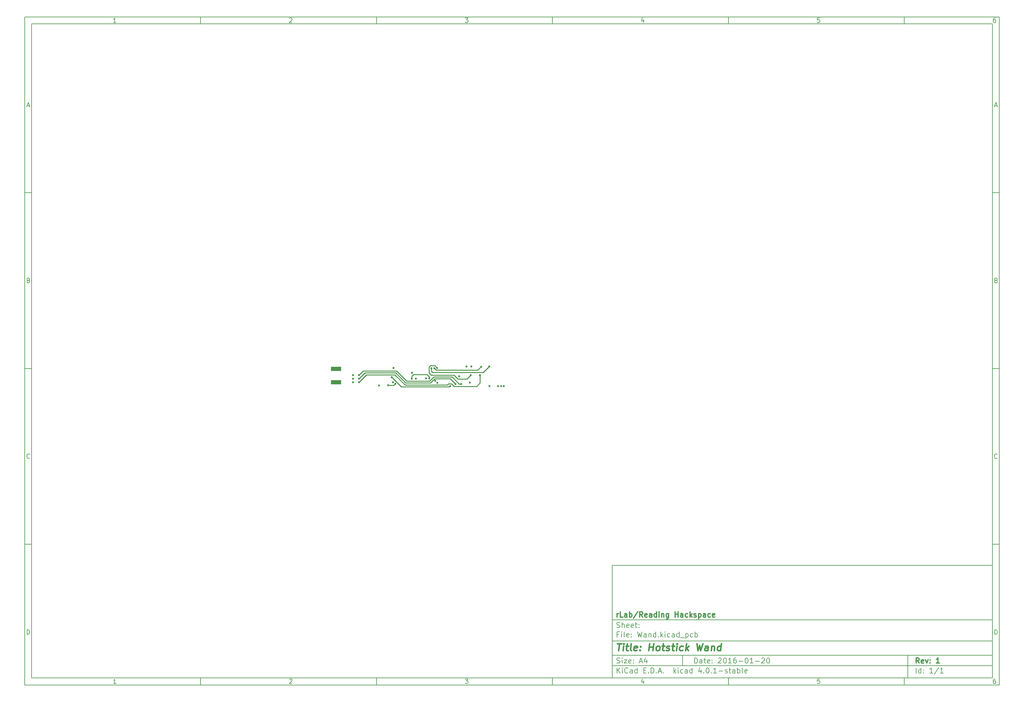
<source format=gbr>
G04 #@! TF.FileFunction,Copper,L3,Inr,Signal*
%FSLAX46Y46*%
G04 Gerber Fmt 4.6, Leading zero omitted, Abs format (unit mm)*
G04 Created by KiCad (PCBNEW 4.0.1-stable) date 29/01/2016 19:20:18*
%MOMM*%
G01*
G04 APERTURE LIST*
%ADD10C,0.100000*%
%ADD11C,0.150000*%
%ADD12C,0.300000*%
%ADD13C,0.400000*%
%ADD14R,3.000000X1.200000*%
%ADD15C,0.600000*%
%ADD16C,0.250000*%
G04 APERTURE END LIST*
D10*
D11*
X177002200Y-166007200D02*
X177002200Y-198007200D01*
X285002200Y-198007200D01*
X285002200Y-166007200D01*
X177002200Y-166007200D01*
D10*
D11*
X10000000Y-10000000D02*
X10000000Y-200007200D01*
X287002200Y-200007200D01*
X287002200Y-10000000D01*
X10000000Y-10000000D01*
D10*
D11*
X12000000Y-12000000D02*
X12000000Y-198007200D01*
X285002200Y-198007200D01*
X285002200Y-12000000D01*
X12000000Y-12000000D01*
D10*
D11*
X60000000Y-12000000D02*
X60000000Y-10000000D01*
D10*
D11*
X110000000Y-12000000D02*
X110000000Y-10000000D01*
D10*
D11*
X160000000Y-12000000D02*
X160000000Y-10000000D01*
D10*
D11*
X210000000Y-12000000D02*
X210000000Y-10000000D01*
D10*
D11*
X260000000Y-12000000D02*
X260000000Y-10000000D01*
D10*
D11*
X35990476Y-11588095D02*
X35247619Y-11588095D01*
X35619048Y-11588095D02*
X35619048Y-10288095D01*
X35495238Y-10473810D01*
X35371429Y-10597619D01*
X35247619Y-10659524D01*
D10*
D11*
X85247619Y-10411905D02*
X85309524Y-10350000D01*
X85433333Y-10288095D01*
X85742857Y-10288095D01*
X85866667Y-10350000D01*
X85928571Y-10411905D01*
X85990476Y-10535714D01*
X85990476Y-10659524D01*
X85928571Y-10845238D01*
X85185714Y-11588095D01*
X85990476Y-11588095D01*
D10*
D11*
X135185714Y-10288095D02*
X135990476Y-10288095D01*
X135557143Y-10783333D01*
X135742857Y-10783333D01*
X135866667Y-10845238D01*
X135928571Y-10907143D01*
X135990476Y-11030952D01*
X135990476Y-11340476D01*
X135928571Y-11464286D01*
X135866667Y-11526190D01*
X135742857Y-11588095D01*
X135371429Y-11588095D01*
X135247619Y-11526190D01*
X135185714Y-11464286D01*
D10*
D11*
X185866667Y-10721429D02*
X185866667Y-11588095D01*
X185557143Y-10226190D02*
X185247619Y-11154762D01*
X186052381Y-11154762D01*
D10*
D11*
X235928571Y-10288095D02*
X235309524Y-10288095D01*
X235247619Y-10907143D01*
X235309524Y-10845238D01*
X235433333Y-10783333D01*
X235742857Y-10783333D01*
X235866667Y-10845238D01*
X235928571Y-10907143D01*
X235990476Y-11030952D01*
X235990476Y-11340476D01*
X235928571Y-11464286D01*
X235866667Y-11526190D01*
X235742857Y-11588095D01*
X235433333Y-11588095D01*
X235309524Y-11526190D01*
X235247619Y-11464286D01*
D10*
D11*
X285866667Y-10288095D02*
X285619048Y-10288095D01*
X285495238Y-10350000D01*
X285433333Y-10411905D01*
X285309524Y-10597619D01*
X285247619Y-10845238D01*
X285247619Y-11340476D01*
X285309524Y-11464286D01*
X285371429Y-11526190D01*
X285495238Y-11588095D01*
X285742857Y-11588095D01*
X285866667Y-11526190D01*
X285928571Y-11464286D01*
X285990476Y-11340476D01*
X285990476Y-11030952D01*
X285928571Y-10907143D01*
X285866667Y-10845238D01*
X285742857Y-10783333D01*
X285495238Y-10783333D01*
X285371429Y-10845238D01*
X285309524Y-10907143D01*
X285247619Y-11030952D01*
D10*
D11*
X60000000Y-198007200D02*
X60000000Y-200007200D01*
D10*
D11*
X110000000Y-198007200D02*
X110000000Y-200007200D01*
D10*
D11*
X160000000Y-198007200D02*
X160000000Y-200007200D01*
D10*
D11*
X210000000Y-198007200D02*
X210000000Y-200007200D01*
D10*
D11*
X260000000Y-198007200D02*
X260000000Y-200007200D01*
D10*
D11*
X35990476Y-199595295D02*
X35247619Y-199595295D01*
X35619048Y-199595295D02*
X35619048Y-198295295D01*
X35495238Y-198481010D01*
X35371429Y-198604819D01*
X35247619Y-198666724D01*
D10*
D11*
X85247619Y-198419105D02*
X85309524Y-198357200D01*
X85433333Y-198295295D01*
X85742857Y-198295295D01*
X85866667Y-198357200D01*
X85928571Y-198419105D01*
X85990476Y-198542914D01*
X85990476Y-198666724D01*
X85928571Y-198852438D01*
X85185714Y-199595295D01*
X85990476Y-199595295D01*
D10*
D11*
X135185714Y-198295295D02*
X135990476Y-198295295D01*
X135557143Y-198790533D01*
X135742857Y-198790533D01*
X135866667Y-198852438D01*
X135928571Y-198914343D01*
X135990476Y-199038152D01*
X135990476Y-199347676D01*
X135928571Y-199471486D01*
X135866667Y-199533390D01*
X135742857Y-199595295D01*
X135371429Y-199595295D01*
X135247619Y-199533390D01*
X135185714Y-199471486D01*
D10*
D11*
X185866667Y-198728629D02*
X185866667Y-199595295D01*
X185557143Y-198233390D02*
X185247619Y-199161962D01*
X186052381Y-199161962D01*
D10*
D11*
X235928571Y-198295295D02*
X235309524Y-198295295D01*
X235247619Y-198914343D01*
X235309524Y-198852438D01*
X235433333Y-198790533D01*
X235742857Y-198790533D01*
X235866667Y-198852438D01*
X235928571Y-198914343D01*
X235990476Y-199038152D01*
X235990476Y-199347676D01*
X235928571Y-199471486D01*
X235866667Y-199533390D01*
X235742857Y-199595295D01*
X235433333Y-199595295D01*
X235309524Y-199533390D01*
X235247619Y-199471486D01*
D10*
D11*
X285866667Y-198295295D02*
X285619048Y-198295295D01*
X285495238Y-198357200D01*
X285433333Y-198419105D01*
X285309524Y-198604819D01*
X285247619Y-198852438D01*
X285247619Y-199347676D01*
X285309524Y-199471486D01*
X285371429Y-199533390D01*
X285495238Y-199595295D01*
X285742857Y-199595295D01*
X285866667Y-199533390D01*
X285928571Y-199471486D01*
X285990476Y-199347676D01*
X285990476Y-199038152D01*
X285928571Y-198914343D01*
X285866667Y-198852438D01*
X285742857Y-198790533D01*
X285495238Y-198790533D01*
X285371429Y-198852438D01*
X285309524Y-198914343D01*
X285247619Y-199038152D01*
D10*
D11*
X10000000Y-60000000D02*
X12000000Y-60000000D01*
D10*
D11*
X10000000Y-110000000D02*
X12000000Y-110000000D01*
D10*
D11*
X10000000Y-160000000D02*
X12000000Y-160000000D01*
D10*
D11*
X10690476Y-35216667D02*
X11309524Y-35216667D01*
X10566667Y-35588095D02*
X11000000Y-34288095D01*
X11433333Y-35588095D01*
D10*
D11*
X11092857Y-84907143D02*
X11278571Y-84969048D01*
X11340476Y-85030952D01*
X11402381Y-85154762D01*
X11402381Y-85340476D01*
X11340476Y-85464286D01*
X11278571Y-85526190D01*
X11154762Y-85588095D01*
X10659524Y-85588095D01*
X10659524Y-84288095D01*
X11092857Y-84288095D01*
X11216667Y-84350000D01*
X11278571Y-84411905D01*
X11340476Y-84535714D01*
X11340476Y-84659524D01*
X11278571Y-84783333D01*
X11216667Y-84845238D01*
X11092857Y-84907143D01*
X10659524Y-84907143D01*
D10*
D11*
X11402381Y-135464286D02*
X11340476Y-135526190D01*
X11154762Y-135588095D01*
X11030952Y-135588095D01*
X10845238Y-135526190D01*
X10721429Y-135402381D01*
X10659524Y-135278571D01*
X10597619Y-135030952D01*
X10597619Y-134845238D01*
X10659524Y-134597619D01*
X10721429Y-134473810D01*
X10845238Y-134350000D01*
X11030952Y-134288095D01*
X11154762Y-134288095D01*
X11340476Y-134350000D01*
X11402381Y-134411905D01*
D10*
D11*
X10659524Y-185588095D02*
X10659524Y-184288095D01*
X10969048Y-184288095D01*
X11154762Y-184350000D01*
X11278571Y-184473810D01*
X11340476Y-184597619D01*
X11402381Y-184845238D01*
X11402381Y-185030952D01*
X11340476Y-185278571D01*
X11278571Y-185402381D01*
X11154762Y-185526190D01*
X10969048Y-185588095D01*
X10659524Y-185588095D01*
D10*
D11*
X287002200Y-60000000D02*
X285002200Y-60000000D01*
D10*
D11*
X287002200Y-110000000D02*
X285002200Y-110000000D01*
D10*
D11*
X287002200Y-160000000D02*
X285002200Y-160000000D01*
D10*
D11*
X285692676Y-35216667D02*
X286311724Y-35216667D01*
X285568867Y-35588095D02*
X286002200Y-34288095D01*
X286435533Y-35588095D01*
D10*
D11*
X286095057Y-84907143D02*
X286280771Y-84969048D01*
X286342676Y-85030952D01*
X286404581Y-85154762D01*
X286404581Y-85340476D01*
X286342676Y-85464286D01*
X286280771Y-85526190D01*
X286156962Y-85588095D01*
X285661724Y-85588095D01*
X285661724Y-84288095D01*
X286095057Y-84288095D01*
X286218867Y-84350000D01*
X286280771Y-84411905D01*
X286342676Y-84535714D01*
X286342676Y-84659524D01*
X286280771Y-84783333D01*
X286218867Y-84845238D01*
X286095057Y-84907143D01*
X285661724Y-84907143D01*
D10*
D11*
X286404581Y-135464286D02*
X286342676Y-135526190D01*
X286156962Y-135588095D01*
X286033152Y-135588095D01*
X285847438Y-135526190D01*
X285723629Y-135402381D01*
X285661724Y-135278571D01*
X285599819Y-135030952D01*
X285599819Y-134845238D01*
X285661724Y-134597619D01*
X285723629Y-134473810D01*
X285847438Y-134350000D01*
X286033152Y-134288095D01*
X286156962Y-134288095D01*
X286342676Y-134350000D01*
X286404581Y-134411905D01*
D10*
D11*
X285661724Y-185588095D02*
X285661724Y-184288095D01*
X285971248Y-184288095D01*
X286156962Y-184350000D01*
X286280771Y-184473810D01*
X286342676Y-184597619D01*
X286404581Y-184845238D01*
X286404581Y-185030952D01*
X286342676Y-185278571D01*
X286280771Y-185402381D01*
X286156962Y-185526190D01*
X285971248Y-185588095D01*
X285661724Y-185588095D01*
D10*
D11*
X200359343Y-193785771D02*
X200359343Y-192285771D01*
X200716486Y-192285771D01*
X200930771Y-192357200D01*
X201073629Y-192500057D01*
X201145057Y-192642914D01*
X201216486Y-192928629D01*
X201216486Y-193142914D01*
X201145057Y-193428629D01*
X201073629Y-193571486D01*
X200930771Y-193714343D01*
X200716486Y-193785771D01*
X200359343Y-193785771D01*
X202502200Y-193785771D02*
X202502200Y-193000057D01*
X202430771Y-192857200D01*
X202287914Y-192785771D01*
X202002200Y-192785771D01*
X201859343Y-192857200D01*
X202502200Y-193714343D02*
X202359343Y-193785771D01*
X202002200Y-193785771D01*
X201859343Y-193714343D01*
X201787914Y-193571486D01*
X201787914Y-193428629D01*
X201859343Y-193285771D01*
X202002200Y-193214343D01*
X202359343Y-193214343D01*
X202502200Y-193142914D01*
X203002200Y-192785771D02*
X203573629Y-192785771D01*
X203216486Y-192285771D02*
X203216486Y-193571486D01*
X203287914Y-193714343D01*
X203430772Y-193785771D01*
X203573629Y-193785771D01*
X204645057Y-193714343D02*
X204502200Y-193785771D01*
X204216486Y-193785771D01*
X204073629Y-193714343D01*
X204002200Y-193571486D01*
X204002200Y-193000057D01*
X204073629Y-192857200D01*
X204216486Y-192785771D01*
X204502200Y-192785771D01*
X204645057Y-192857200D01*
X204716486Y-193000057D01*
X204716486Y-193142914D01*
X204002200Y-193285771D01*
X205359343Y-193642914D02*
X205430771Y-193714343D01*
X205359343Y-193785771D01*
X205287914Y-193714343D01*
X205359343Y-193642914D01*
X205359343Y-193785771D01*
X205359343Y-192857200D02*
X205430771Y-192928629D01*
X205359343Y-193000057D01*
X205287914Y-192928629D01*
X205359343Y-192857200D01*
X205359343Y-193000057D01*
X207145057Y-192428629D02*
X207216486Y-192357200D01*
X207359343Y-192285771D01*
X207716486Y-192285771D01*
X207859343Y-192357200D01*
X207930772Y-192428629D01*
X208002200Y-192571486D01*
X208002200Y-192714343D01*
X207930772Y-192928629D01*
X207073629Y-193785771D01*
X208002200Y-193785771D01*
X208930771Y-192285771D02*
X209073628Y-192285771D01*
X209216485Y-192357200D01*
X209287914Y-192428629D01*
X209359343Y-192571486D01*
X209430771Y-192857200D01*
X209430771Y-193214343D01*
X209359343Y-193500057D01*
X209287914Y-193642914D01*
X209216485Y-193714343D01*
X209073628Y-193785771D01*
X208930771Y-193785771D01*
X208787914Y-193714343D01*
X208716485Y-193642914D01*
X208645057Y-193500057D01*
X208573628Y-193214343D01*
X208573628Y-192857200D01*
X208645057Y-192571486D01*
X208716485Y-192428629D01*
X208787914Y-192357200D01*
X208930771Y-192285771D01*
X210859342Y-193785771D02*
X210002199Y-193785771D01*
X210430771Y-193785771D02*
X210430771Y-192285771D01*
X210287914Y-192500057D01*
X210145056Y-192642914D01*
X210002199Y-192714343D01*
X212145056Y-192285771D02*
X211859342Y-192285771D01*
X211716485Y-192357200D01*
X211645056Y-192428629D01*
X211502199Y-192642914D01*
X211430770Y-192928629D01*
X211430770Y-193500057D01*
X211502199Y-193642914D01*
X211573627Y-193714343D01*
X211716485Y-193785771D01*
X212002199Y-193785771D01*
X212145056Y-193714343D01*
X212216485Y-193642914D01*
X212287913Y-193500057D01*
X212287913Y-193142914D01*
X212216485Y-193000057D01*
X212145056Y-192928629D01*
X212002199Y-192857200D01*
X211716485Y-192857200D01*
X211573627Y-192928629D01*
X211502199Y-193000057D01*
X211430770Y-193142914D01*
X212930770Y-193214343D02*
X214073627Y-193214343D01*
X215073627Y-192285771D02*
X215216484Y-192285771D01*
X215359341Y-192357200D01*
X215430770Y-192428629D01*
X215502199Y-192571486D01*
X215573627Y-192857200D01*
X215573627Y-193214343D01*
X215502199Y-193500057D01*
X215430770Y-193642914D01*
X215359341Y-193714343D01*
X215216484Y-193785771D01*
X215073627Y-193785771D01*
X214930770Y-193714343D01*
X214859341Y-193642914D01*
X214787913Y-193500057D01*
X214716484Y-193214343D01*
X214716484Y-192857200D01*
X214787913Y-192571486D01*
X214859341Y-192428629D01*
X214930770Y-192357200D01*
X215073627Y-192285771D01*
X217002198Y-193785771D02*
X216145055Y-193785771D01*
X216573627Y-193785771D02*
X216573627Y-192285771D01*
X216430770Y-192500057D01*
X216287912Y-192642914D01*
X216145055Y-192714343D01*
X217645055Y-193214343D02*
X218787912Y-193214343D01*
X219430769Y-192428629D02*
X219502198Y-192357200D01*
X219645055Y-192285771D01*
X220002198Y-192285771D01*
X220145055Y-192357200D01*
X220216484Y-192428629D01*
X220287912Y-192571486D01*
X220287912Y-192714343D01*
X220216484Y-192928629D01*
X219359341Y-193785771D01*
X220287912Y-193785771D01*
X221216483Y-192285771D02*
X221359340Y-192285771D01*
X221502197Y-192357200D01*
X221573626Y-192428629D01*
X221645055Y-192571486D01*
X221716483Y-192857200D01*
X221716483Y-193214343D01*
X221645055Y-193500057D01*
X221573626Y-193642914D01*
X221502197Y-193714343D01*
X221359340Y-193785771D01*
X221216483Y-193785771D01*
X221073626Y-193714343D01*
X221002197Y-193642914D01*
X220930769Y-193500057D01*
X220859340Y-193214343D01*
X220859340Y-192857200D01*
X220930769Y-192571486D01*
X221002197Y-192428629D01*
X221073626Y-192357200D01*
X221216483Y-192285771D01*
D10*
D11*
X177002200Y-194507200D02*
X285002200Y-194507200D01*
D10*
D11*
X178359343Y-196585771D02*
X178359343Y-195085771D01*
X179216486Y-196585771D02*
X178573629Y-195728629D01*
X179216486Y-195085771D02*
X178359343Y-195942914D01*
X179859343Y-196585771D02*
X179859343Y-195585771D01*
X179859343Y-195085771D02*
X179787914Y-195157200D01*
X179859343Y-195228629D01*
X179930771Y-195157200D01*
X179859343Y-195085771D01*
X179859343Y-195228629D01*
X181430772Y-196442914D02*
X181359343Y-196514343D01*
X181145057Y-196585771D01*
X181002200Y-196585771D01*
X180787915Y-196514343D01*
X180645057Y-196371486D01*
X180573629Y-196228629D01*
X180502200Y-195942914D01*
X180502200Y-195728629D01*
X180573629Y-195442914D01*
X180645057Y-195300057D01*
X180787915Y-195157200D01*
X181002200Y-195085771D01*
X181145057Y-195085771D01*
X181359343Y-195157200D01*
X181430772Y-195228629D01*
X182716486Y-196585771D02*
X182716486Y-195800057D01*
X182645057Y-195657200D01*
X182502200Y-195585771D01*
X182216486Y-195585771D01*
X182073629Y-195657200D01*
X182716486Y-196514343D02*
X182573629Y-196585771D01*
X182216486Y-196585771D01*
X182073629Y-196514343D01*
X182002200Y-196371486D01*
X182002200Y-196228629D01*
X182073629Y-196085771D01*
X182216486Y-196014343D01*
X182573629Y-196014343D01*
X182716486Y-195942914D01*
X184073629Y-196585771D02*
X184073629Y-195085771D01*
X184073629Y-196514343D02*
X183930772Y-196585771D01*
X183645058Y-196585771D01*
X183502200Y-196514343D01*
X183430772Y-196442914D01*
X183359343Y-196300057D01*
X183359343Y-195871486D01*
X183430772Y-195728629D01*
X183502200Y-195657200D01*
X183645058Y-195585771D01*
X183930772Y-195585771D01*
X184073629Y-195657200D01*
X185930772Y-195800057D02*
X186430772Y-195800057D01*
X186645058Y-196585771D02*
X185930772Y-196585771D01*
X185930772Y-195085771D01*
X186645058Y-195085771D01*
X187287915Y-196442914D02*
X187359343Y-196514343D01*
X187287915Y-196585771D01*
X187216486Y-196514343D01*
X187287915Y-196442914D01*
X187287915Y-196585771D01*
X188002201Y-196585771D02*
X188002201Y-195085771D01*
X188359344Y-195085771D01*
X188573629Y-195157200D01*
X188716487Y-195300057D01*
X188787915Y-195442914D01*
X188859344Y-195728629D01*
X188859344Y-195942914D01*
X188787915Y-196228629D01*
X188716487Y-196371486D01*
X188573629Y-196514343D01*
X188359344Y-196585771D01*
X188002201Y-196585771D01*
X189502201Y-196442914D02*
X189573629Y-196514343D01*
X189502201Y-196585771D01*
X189430772Y-196514343D01*
X189502201Y-196442914D01*
X189502201Y-196585771D01*
X190145058Y-196157200D02*
X190859344Y-196157200D01*
X190002201Y-196585771D02*
X190502201Y-195085771D01*
X191002201Y-196585771D01*
X191502201Y-196442914D02*
X191573629Y-196514343D01*
X191502201Y-196585771D01*
X191430772Y-196514343D01*
X191502201Y-196442914D01*
X191502201Y-196585771D01*
X194502201Y-196585771D02*
X194502201Y-195085771D01*
X194645058Y-196014343D02*
X195073629Y-196585771D01*
X195073629Y-195585771D02*
X194502201Y-196157200D01*
X195716487Y-196585771D02*
X195716487Y-195585771D01*
X195716487Y-195085771D02*
X195645058Y-195157200D01*
X195716487Y-195228629D01*
X195787915Y-195157200D01*
X195716487Y-195085771D01*
X195716487Y-195228629D01*
X197073630Y-196514343D02*
X196930773Y-196585771D01*
X196645059Y-196585771D01*
X196502201Y-196514343D01*
X196430773Y-196442914D01*
X196359344Y-196300057D01*
X196359344Y-195871486D01*
X196430773Y-195728629D01*
X196502201Y-195657200D01*
X196645059Y-195585771D01*
X196930773Y-195585771D01*
X197073630Y-195657200D01*
X198359344Y-196585771D02*
X198359344Y-195800057D01*
X198287915Y-195657200D01*
X198145058Y-195585771D01*
X197859344Y-195585771D01*
X197716487Y-195657200D01*
X198359344Y-196514343D02*
X198216487Y-196585771D01*
X197859344Y-196585771D01*
X197716487Y-196514343D01*
X197645058Y-196371486D01*
X197645058Y-196228629D01*
X197716487Y-196085771D01*
X197859344Y-196014343D01*
X198216487Y-196014343D01*
X198359344Y-195942914D01*
X199716487Y-196585771D02*
X199716487Y-195085771D01*
X199716487Y-196514343D02*
X199573630Y-196585771D01*
X199287916Y-196585771D01*
X199145058Y-196514343D01*
X199073630Y-196442914D01*
X199002201Y-196300057D01*
X199002201Y-195871486D01*
X199073630Y-195728629D01*
X199145058Y-195657200D01*
X199287916Y-195585771D01*
X199573630Y-195585771D01*
X199716487Y-195657200D01*
X202216487Y-195585771D02*
X202216487Y-196585771D01*
X201859344Y-195014343D02*
X201502201Y-196085771D01*
X202430773Y-196085771D01*
X203002201Y-196442914D02*
X203073629Y-196514343D01*
X203002201Y-196585771D01*
X202930772Y-196514343D01*
X203002201Y-196442914D01*
X203002201Y-196585771D01*
X204002201Y-195085771D02*
X204145058Y-195085771D01*
X204287915Y-195157200D01*
X204359344Y-195228629D01*
X204430773Y-195371486D01*
X204502201Y-195657200D01*
X204502201Y-196014343D01*
X204430773Y-196300057D01*
X204359344Y-196442914D01*
X204287915Y-196514343D01*
X204145058Y-196585771D01*
X204002201Y-196585771D01*
X203859344Y-196514343D01*
X203787915Y-196442914D01*
X203716487Y-196300057D01*
X203645058Y-196014343D01*
X203645058Y-195657200D01*
X203716487Y-195371486D01*
X203787915Y-195228629D01*
X203859344Y-195157200D01*
X204002201Y-195085771D01*
X205145058Y-196442914D02*
X205216486Y-196514343D01*
X205145058Y-196585771D01*
X205073629Y-196514343D01*
X205145058Y-196442914D01*
X205145058Y-196585771D01*
X206645058Y-196585771D02*
X205787915Y-196585771D01*
X206216487Y-196585771D02*
X206216487Y-195085771D01*
X206073630Y-195300057D01*
X205930772Y-195442914D01*
X205787915Y-195514343D01*
X207287915Y-196014343D02*
X208430772Y-196014343D01*
X209073629Y-196514343D02*
X209216486Y-196585771D01*
X209502201Y-196585771D01*
X209645058Y-196514343D01*
X209716486Y-196371486D01*
X209716486Y-196300057D01*
X209645058Y-196157200D01*
X209502201Y-196085771D01*
X209287915Y-196085771D01*
X209145058Y-196014343D01*
X209073629Y-195871486D01*
X209073629Y-195800057D01*
X209145058Y-195657200D01*
X209287915Y-195585771D01*
X209502201Y-195585771D01*
X209645058Y-195657200D01*
X210145058Y-195585771D02*
X210716487Y-195585771D01*
X210359344Y-195085771D02*
X210359344Y-196371486D01*
X210430772Y-196514343D01*
X210573630Y-196585771D01*
X210716487Y-196585771D01*
X211859344Y-196585771D02*
X211859344Y-195800057D01*
X211787915Y-195657200D01*
X211645058Y-195585771D01*
X211359344Y-195585771D01*
X211216487Y-195657200D01*
X211859344Y-196514343D02*
X211716487Y-196585771D01*
X211359344Y-196585771D01*
X211216487Y-196514343D01*
X211145058Y-196371486D01*
X211145058Y-196228629D01*
X211216487Y-196085771D01*
X211359344Y-196014343D01*
X211716487Y-196014343D01*
X211859344Y-195942914D01*
X212573630Y-196585771D02*
X212573630Y-195085771D01*
X212573630Y-195657200D02*
X212716487Y-195585771D01*
X213002201Y-195585771D01*
X213145058Y-195657200D01*
X213216487Y-195728629D01*
X213287916Y-195871486D01*
X213287916Y-196300057D01*
X213216487Y-196442914D01*
X213145058Y-196514343D01*
X213002201Y-196585771D01*
X212716487Y-196585771D01*
X212573630Y-196514343D01*
X214145059Y-196585771D02*
X214002201Y-196514343D01*
X213930773Y-196371486D01*
X213930773Y-195085771D01*
X215287915Y-196514343D02*
X215145058Y-196585771D01*
X214859344Y-196585771D01*
X214716487Y-196514343D01*
X214645058Y-196371486D01*
X214645058Y-195800057D01*
X214716487Y-195657200D01*
X214859344Y-195585771D01*
X215145058Y-195585771D01*
X215287915Y-195657200D01*
X215359344Y-195800057D01*
X215359344Y-195942914D01*
X214645058Y-196085771D01*
D10*
D11*
X177002200Y-191507200D02*
X285002200Y-191507200D01*
D10*
D12*
X264216486Y-193785771D02*
X263716486Y-193071486D01*
X263359343Y-193785771D02*
X263359343Y-192285771D01*
X263930771Y-192285771D01*
X264073629Y-192357200D01*
X264145057Y-192428629D01*
X264216486Y-192571486D01*
X264216486Y-192785771D01*
X264145057Y-192928629D01*
X264073629Y-193000057D01*
X263930771Y-193071486D01*
X263359343Y-193071486D01*
X265430771Y-193714343D02*
X265287914Y-193785771D01*
X265002200Y-193785771D01*
X264859343Y-193714343D01*
X264787914Y-193571486D01*
X264787914Y-193000057D01*
X264859343Y-192857200D01*
X265002200Y-192785771D01*
X265287914Y-192785771D01*
X265430771Y-192857200D01*
X265502200Y-193000057D01*
X265502200Y-193142914D01*
X264787914Y-193285771D01*
X266002200Y-192785771D02*
X266359343Y-193785771D01*
X266716485Y-192785771D01*
X267287914Y-193642914D02*
X267359342Y-193714343D01*
X267287914Y-193785771D01*
X267216485Y-193714343D01*
X267287914Y-193642914D01*
X267287914Y-193785771D01*
X267287914Y-192857200D02*
X267359342Y-192928629D01*
X267287914Y-193000057D01*
X267216485Y-192928629D01*
X267287914Y-192857200D01*
X267287914Y-193000057D01*
X269930771Y-193785771D02*
X269073628Y-193785771D01*
X269502200Y-193785771D02*
X269502200Y-192285771D01*
X269359343Y-192500057D01*
X269216485Y-192642914D01*
X269073628Y-192714343D01*
D10*
D11*
X178287914Y-193714343D02*
X178502200Y-193785771D01*
X178859343Y-193785771D01*
X179002200Y-193714343D01*
X179073629Y-193642914D01*
X179145057Y-193500057D01*
X179145057Y-193357200D01*
X179073629Y-193214343D01*
X179002200Y-193142914D01*
X178859343Y-193071486D01*
X178573629Y-193000057D01*
X178430771Y-192928629D01*
X178359343Y-192857200D01*
X178287914Y-192714343D01*
X178287914Y-192571486D01*
X178359343Y-192428629D01*
X178430771Y-192357200D01*
X178573629Y-192285771D01*
X178930771Y-192285771D01*
X179145057Y-192357200D01*
X179787914Y-193785771D02*
X179787914Y-192785771D01*
X179787914Y-192285771D02*
X179716485Y-192357200D01*
X179787914Y-192428629D01*
X179859342Y-192357200D01*
X179787914Y-192285771D01*
X179787914Y-192428629D01*
X180359343Y-192785771D02*
X181145057Y-192785771D01*
X180359343Y-193785771D01*
X181145057Y-193785771D01*
X182287914Y-193714343D02*
X182145057Y-193785771D01*
X181859343Y-193785771D01*
X181716486Y-193714343D01*
X181645057Y-193571486D01*
X181645057Y-193000057D01*
X181716486Y-192857200D01*
X181859343Y-192785771D01*
X182145057Y-192785771D01*
X182287914Y-192857200D01*
X182359343Y-193000057D01*
X182359343Y-193142914D01*
X181645057Y-193285771D01*
X183002200Y-193642914D02*
X183073628Y-193714343D01*
X183002200Y-193785771D01*
X182930771Y-193714343D01*
X183002200Y-193642914D01*
X183002200Y-193785771D01*
X183002200Y-192857200D02*
X183073628Y-192928629D01*
X183002200Y-193000057D01*
X182930771Y-192928629D01*
X183002200Y-192857200D01*
X183002200Y-193000057D01*
X184787914Y-193357200D02*
X185502200Y-193357200D01*
X184645057Y-193785771D02*
X185145057Y-192285771D01*
X185645057Y-193785771D01*
X186787914Y-192785771D02*
X186787914Y-193785771D01*
X186430771Y-192214343D02*
X186073628Y-193285771D01*
X187002200Y-193285771D01*
D10*
D11*
X263359343Y-196585771D02*
X263359343Y-195085771D01*
X264716486Y-196585771D02*
X264716486Y-195085771D01*
X264716486Y-196514343D02*
X264573629Y-196585771D01*
X264287915Y-196585771D01*
X264145057Y-196514343D01*
X264073629Y-196442914D01*
X264002200Y-196300057D01*
X264002200Y-195871486D01*
X264073629Y-195728629D01*
X264145057Y-195657200D01*
X264287915Y-195585771D01*
X264573629Y-195585771D01*
X264716486Y-195657200D01*
X265430772Y-196442914D02*
X265502200Y-196514343D01*
X265430772Y-196585771D01*
X265359343Y-196514343D01*
X265430772Y-196442914D01*
X265430772Y-196585771D01*
X265430772Y-195657200D02*
X265502200Y-195728629D01*
X265430772Y-195800057D01*
X265359343Y-195728629D01*
X265430772Y-195657200D01*
X265430772Y-195800057D01*
X268073629Y-196585771D02*
X267216486Y-196585771D01*
X267645058Y-196585771D02*
X267645058Y-195085771D01*
X267502201Y-195300057D01*
X267359343Y-195442914D01*
X267216486Y-195514343D01*
X269787914Y-195014343D02*
X268502200Y-196942914D01*
X271073629Y-196585771D02*
X270216486Y-196585771D01*
X270645058Y-196585771D02*
X270645058Y-195085771D01*
X270502201Y-195300057D01*
X270359343Y-195442914D01*
X270216486Y-195514343D01*
D10*
D11*
X177002200Y-187507200D02*
X285002200Y-187507200D01*
D10*
D13*
X178454581Y-188211962D02*
X179597438Y-188211962D01*
X178776010Y-190211962D02*
X179026010Y-188211962D01*
X180014105Y-190211962D02*
X180180771Y-188878629D01*
X180264105Y-188211962D02*
X180156962Y-188307200D01*
X180240295Y-188402438D01*
X180347439Y-188307200D01*
X180264105Y-188211962D01*
X180240295Y-188402438D01*
X180847438Y-188878629D02*
X181609343Y-188878629D01*
X181216486Y-188211962D02*
X181002200Y-189926248D01*
X181073630Y-190116724D01*
X181252201Y-190211962D01*
X181442677Y-190211962D01*
X182395058Y-190211962D02*
X182216487Y-190116724D01*
X182145057Y-189926248D01*
X182359343Y-188211962D01*
X183930772Y-190116724D02*
X183728391Y-190211962D01*
X183347439Y-190211962D01*
X183168867Y-190116724D01*
X183097438Y-189926248D01*
X183192676Y-189164343D01*
X183311724Y-188973867D01*
X183514105Y-188878629D01*
X183895057Y-188878629D01*
X184073629Y-188973867D01*
X184145057Y-189164343D01*
X184121248Y-189354819D01*
X183145057Y-189545295D01*
X184895057Y-190021486D02*
X184978392Y-190116724D01*
X184871248Y-190211962D01*
X184787915Y-190116724D01*
X184895057Y-190021486D01*
X184871248Y-190211962D01*
X185026010Y-188973867D02*
X185109344Y-189069105D01*
X185002200Y-189164343D01*
X184918867Y-189069105D01*
X185026010Y-188973867D01*
X185002200Y-189164343D01*
X187347439Y-190211962D02*
X187597439Y-188211962D01*
X187478391Y-189164343D02*
X188621249Y-189164343D01*
X188490297Y-190211962D02*
X188740297Y-188211962D01*
X189728392Y-190211962D02*
X189549821Y-190116724D01*
X189466486Y-190021486D01*
X189395058Y-189831010D01*
X189466486Y-189259581D01*
X189585534Y-189069105D01*
X189692678Y-188973867D01*
X189895058Y-188878629D01*
X190180772Y-188878629D01*
X190359344Y-188973867D01*
X190442677Y-189069105D01*
X190514105Y-189259581D01*
X190442677Y-189831010D01*
X190323629Y-190021486D01*
X190216487Y-190116724D01*
X190014106Y-190211962D01*
X189728392Y-190211962D01*
X191133153Y-188878629D02*
X191895058Y-188878629D01*
X191502201Y-188211962D02*
X191287915Y-189926248D01*
X191359345Y-190116724D01*
X191537916Y-190211962D01*
X191728392Y-190211962D01*
X192311725Y-190116724D02*
X192490297Y-190211962D01*
X192871249Y-190211962D01*
X193073630Y-190116724D01*
X193192677Y-189926248D01*
X193204582Y-189831010D01*
X193133153Y-189640533D01*
X192954582Y-189545295D01*
X192668868Y-189545295D01*
X192490296Y-189450057D01*
X192418867Y-189259581D01*
X192430772Y-189164343D01*
X192549820Y-188973867D01*
X192752201Y-188878629D01*
X193037915Y-188878629D01*
X193216487Y-188973867D01*
X193895058Y-188878629D02*
X194656963Y-188878629D01*
X194264106Y-188211962D02*
X194049820Y-189926248D01*
X194121250Y-190116724D01*
X194299821Y-190211962D01*
X194490297Y-190211962D01*
X195156963Y-190211962D02*
X195323629Y-188878629D01*
X195406963Y-188211962D02*
X195299820Y-188307200D01*
X195383153Y-188402438D01*
X195490297Y-188307200D01*
X195406963Y-188211962D01*
X195383153Y-188402438D01*
X196978392Y-190116724D02*
X196776011Y-190211962D01*
X196395059Y-190211962D01*
X196216488Y-190116724D01*
X196133153Y-190021486D01*
X196061725Y-189831010D01*
X196133153Y-189259581D01*
X196252201Y-189069105D01*
X196359345Y-188973867D01*
X196561725Y-188878629D01*
X196942677Y-188878629D01*
X197121249Y-188973867D01*
X197823630Y-190211962D02*
X198073630Y-188211962D01*
X198109345Y-189450057D02*
X198585535Y-190211962D01*
X198752201Y-188878629D02*
X197895058Y-189640533D01*
X201026012Y-188211962D02*
X201252203Y-190211962D01*
X201811726Y-188783390D01*
X202014108Y-190211962D01*
X202740298Y-188211962D01*
X204109345Y-190211962D02*
X204240297Y-189164343D01*
X204168869Y-188973867D01*
X203990297Y-188878629D01*
X203609345Y-188878629D01*
X203406964Y-188973867D01*
X204121250Y-190116724D02*
X203918869Y-190211962D01*
X203442679Y-190211962D01*
X203264107Y-190116724D01*
X203192678Y-189926248D01*
X203216488Y-189735771D01*
X203335535Y-189545295D01*
X203537917Y-189450057D01*
X204014107Y-189450057D01*
X204216488Y-189354819D01*
X205228392Y-188878629D02*
X205061726Y-190211962D01*
X205204583Y-189069105D02*
X205311727Y-188973867D01*
X205514107Y-188878629D01*
X205799821Y-188878629D01*
X205978393Y-188973867D01*
X206049821Y-189164343D01*
X205918869Y-190211962D01*
X207728393Y-190211962D02*
X207978393Y-188211962D01*
X207740298Y-190116724D02*
X207537917Y-190211962D01*
X207156965Y-190211962D01*
X206978394Y-190116724D01*
X206895059Y-190021486D01*
X206823631Y-189831010D01*
X206895059Y-189259581D01*
X207014107Y-189069105D01*
X207121251Y-188973867D01*
X207323631Y-188878629D01*
X207704583Y-188878629D01*
X207883155Y-188973867D01*
D10*
D11*
X178859343Y-185600057D02*
X178359343Y-185600057D01*
X178359343Y-186385771D02*
X178359343Y-184885771D01*
X179073629Y-184885771D01*
X179645057Y-186385771D02*
X179645057Y-185385771D01*
X179645057Y-184885771D02*
X179573628Y-184957200D01*
X179645057Y-185028629D01*
X179716485Y-184957200D01*
X179645057Y-184885771D01*
X179645057Y-185028629D01*
X180573629Y-186385771D02*
X180430771Y-186314343D01*
X180359343Y-186171486D01*
X180359343Y-184885771D01*
X181716485Y-186314343D02*
X181573628Y-186385771D01*
X181287914Y-186385771D01*
X181145057Y-186314343D01*
X181073628Y-186171486D01*
X181073628Y-185600057D01*
X181145057Y-185457200D01*
X181287914Y-185385771D01*
X181573628Y-185385771D01*
X181716485Y-185457200D01*
X181787914Y-185600057D01*
X181787914Y-185742914D01*
X181073628Y-185885771D01*
X182430771Y-186242914D02*
X182502199Y-186314343D01*
X182430771Y-186385771D01*
X182359342Y-186314343D01*
X182430771Y-186242914D01*
X182430771Y-186385771D01*
X182430771Y-185457200D02*
X182502199Y-185528629D01*
X182430771Y-185600057D01*
X182359342Y-185528629D01*
X182430771Y-185457200D01*
X182430771Y-185600057D01*
X184145057Y-184885771D02*
X184502200Y-186385771D01*
X184787914Y-185314343D01*
X185073628Y-186385771D01*
X185430771Y-184885771D01*
X186645057Y-186385771D02*
X186645057Y-185600057D01*
X186573628Y-185457200D01*
X186430771Y-185385771D01*
X186145057Y-185385771D01*
X186002200Y-185457200D01*
X186645057Y-186314343D02*
X186502200Y-186385771D01*
X186145057Y-186385771D01*
X186002200Y-186314343D01*
X185930771Y-186171486D01*
X185930771Y-186028629D01*
X186002200Y-185885771D01*
X186145057Y-185814343D01*
X186502200Y-185814343D01*
X186645057Y-185742914D01*
X187359343Y-185385771D02*
X187359343Y-186385771D01*
X187359343Y-185528629D02*
X187430771Y-185457200D01*
X187573629Y-185385771D01*
X187787914Y-185385771D01*
X187930771Y-185457200D01*
X188002200Y-185600057D01*
X188002200Y-186385771D01*
X189359343Y-186385771D02*
X189359343Y-184885771D01*
X189359343Y-186314343D02*
X189216486Y-186385771D01*
X188930772Y-186385771D01*
X188787914Y-186314343D01*
X188716486Y-186242914D01*
X188645057Y-186100057D01*
X188645057Y-185671486D01*
X188716486Y-185528629D01*
X188787914Y-185457200D01*
X188930772Y-185385771D01*
X189216486Y-185385771D01*
X189359343Y-185457200D01*
X190073629Y-186242914D02*
X190145057Y-186314343D01*
X190073629Y-186385771D01*
X190002200Y-186314343D01*
X190073629Y-186242914D01*
X190073629Y-186385771D01*
X190787915Y-186385771D02*
X190787915Y-184885771D01*
X190930772Y-185814343D02*
X191359343Y-186385771D01*
X191359343Y-185385771D02*
X190787915Y-185957200D01*
X192002201Y-186385771D02*
X192002201Y-185385771D01*
X192002201Y-184885771D02*
X191930772Y-184957200D01*
X192002201Y-185028629D01*
X192073629Y-184957200D01*
X192002201Y-184885771D01*
X192002201Y-185028629D01*
X193359344Y-186314343D02*
X193216487Y-186385771D01*
X192930773Y-186385771D01*
X192787915Y-186314343D01*
X192716487Y-186242914D01*
X192645058Y-186100057D01*
X192645058Y-185671486D01*
X192716487Y-185528629D01*
X192787915Y-185457200D01*
X192930773Y-185385771D01*
X193216487Y-185385771D01*
X193359344Y-185457200D01*
X194645058Y-186385771D02*
X194645058Y-185600057D01*
X194573629Y-185457200D01*
X194430772Y-185385771D01*
X194145058Y-185385771D01*
X194002201Y-185457200D01*
X194645058Y-186314343D02*
X194502201Y-186385771D01*
X194145058Y-186385771D01*
X194002201Y-186314343D01*
X193930772Y-186171486D01*
X193930772Y-186028629D01*
X194002201Y-185885771D01*
X194145058Y-185814343D01*
X194502201Y-185814343D01*
X194645058Y-185742914D01*
X196002201Y-186385771D02*
X196002201Y-184885771D01*
X196002201Y-186314343D02*
X195859344Y-186385771D01*
X195573630Y-186385771D01*
X195430772Y-186314343D01*
X195359344Y-186242914D01*
X195287915Y-186100057D01*
X195287915Y-185671486D01*
X195359344Y-185528629D01*
X195430772Y-185457200D01*
X195573630Y-185385771D01*
X195859344Y-185385771D01*
X196002201Y-185457200D01*
X196359344Y-186528629D02*
X197502201Y-186528629D01*
X197859344Y-185385771D02*
X197859344Y-186885771D01*
X197859344Y-185457200D02*
X198002201Y-185385771D01*
X198287915Y-185385771D01*
X198430772Y-185457200D01*
X198502201Y-185528629D01*
X198573630Y-185671486D01*
X198573630Y-186100057D01*
X198502201Y-186242914D01*
X198430772Y-186314343D01*
X198287915Y-186385771D01*
X198002201Y-186385771D01*
X197859344Y-186314343D01*
X199859344Y-186314343D02*
X199716487Y-186385771D01*
X199430773Y-186385771D01*
X199287915Y-186314343D01*
X199216487Y-186242914D01*
X199145058Y-186100057D01*
X199145058Y-185671486D01*
X199216487Y-185528629D01*
X199287915Y-185457200D01*
X199430773Y-185385771D01*
X199716487Y-185385771D01*
X199859344Y-185457200D01*
X200502201Y-186385771D02*
X200502201Y-184885771D01*
X200502201Y-185457200D02*
X200645058Y-185385771D01*
X200930772Y-185385771D01*
X201073629Y-185457200D01*
X201145058Y-185528629D01*
X201216487Y-185671486D01*
X201216487Y-186100057D01*
X201145058Y-186242914D01*
X201073629Y-186314343D01*
X200930772Y-186385771D01*
X200645058Y-186385771D01*
X200502201Y-186314343D01*
D10*
D11*
X177002200Y-181507200D02*
X285002200Y-181507200D01*
D10*
D11*
X178287914Y-183614343D02*
X178502200Y-183685771D01*
X178859343Y-183685771D01*
X179002200Y-183614343D01*
X179073629Y-183542914D01*
X179145057Y-183400057D01*
X179145057Y-183257200D01*
X179073629Y-183114343D01*
X179002200Y-183042914D01*
X178859343Y-182971486D01*
X178573629Y-182900057D01*
X178430771Y-182828629D01*
X178359343Y-182757200D01*
X178287914Y-182614343D01*
X178287914Y-182471486D01*
X178359343Y-182328629D01*
X178430771Y-182257200D01*
X178573629Y-182185771D01*
X178930771Y-182185771D01*
X179145057Y-182257200D01*
X179787914Y-183685771D02*
X179787914Y-182185771D01*
X180430771Y-183685771D02*
X180430771Y-182900057D01*
X180359342Y-182757200D01*
X180216485Y-182685771D01*
X180002200Y-182685771D01*
X179859342Y-182757200D01*
X179787914Y-182828629D01*
X181716485Y-183614343D02*
X181573628Y-183685771D01*
X181287914Y-183685771D01*
X181145057Y-183614343D01*
X181073628Y-183471486D01*
X181073628Y-182900057D01*
X181145057Y-182757200D01*
X181287914Y-182685771D01*
X181573628Y-182685771D01*
X181716485Y-182757200D01*
X181787914Y-182900057D01*
X181787914Y-183042914D01*
X181073628Y-183185771D01*
X183002199Y-183614343D02*
X182859342Y-183685771D01*
X182573628Y-183685771D01*
X182430771Y-183614343D01*
X182359342Y-183471486D01*
X182359342Y-182900057D01*
X182430771Y-182757200D01*
X182573628Y-182685771D01*
X182859342Y-182685771D01*
X183002199Y-182757200D01*
X183073628Y-182900057D01*
X183073628Y-183042914D01*
X182359342Y-183185771D01*
X183502199Y-182685771D02*
X184073628Y-182685771D01*
X183716485Y-182185771D02*
X183716485Y-183471486D01*
X183787913Y-183614343D01*
X183930771Y-183685771D01*
X184073628Y-183685771D01*
X184573628Y-183542914D02*
X184645056Y-183614343D01*
X184573628Y-183685771D01*
X184502199Y-183614343D01*
X184573628Y-183542914D01*
X184573628Y-183685771D01*
X184573628Y-182757200D02*
X184645056Y-182828629D01*
X184573628Y-182900057D01*
X184502199Y-182828629D01*
X184573628Y-182757200D01*
X184573628Y-182900057D01*
D10*
D12*
X178359343Y-180685771D02*
X178359343Y-179685771D01*
X178359343Y-179971486D02*
X178430771Y-179828629D01*
X178502200Y-179757200D01*
X178645057Y-179685771D01*
X178787914Y-179685771D01*
X180002200Y-180685771D02*
X179287914Y-180685771D01*
X179287914Y-179185771D01*
X181145057Y-180685771D02*
X181145057Y-179900057D01*
X181073628Y-179757200D01*
X180930771Y-179685771D01*
X180645057Y-179685771D01*
X180502200Y-179757200D01*
X181145057Y-180614343D02*
X181002200Y-180685771D01*
X180645057Y-180685771D01*
X180502200Y-180614343D01*
X180430771Y-180471486D01*
X180430771Y-180328629D01*
X180502200Y-180185771D01*
X180645057Y-180114343D01*
X181002200Y-180114343D01*
X181145057Y-180042914D01*
X181859343Y-180685771D02*
X181859343Y-179185771D01*
X181859343Y-179757200D02*
X182002200Y-179685771D01*
X182287914Y-179685771D01*
X182430771Y-179757200D01*
X182502200Y-179828629D01*
X182573629Y-179971486D01*
X182573629Y-180400057D01*
X182502200Y-180542914D01*
X182430771Y-180614343D01*
X182287914Y-180685771D01*
X182002200Y-180685771D01*
X181859343Y-180614343D01*
X184287914Y-179114343D02*
X183002200Y-181042914D01*
X185645058Y-180685771D02*
X185145058Y-179971486D01*
X184787915Y-180685771D02*
X184787915Y-179185771D01*
X185359343Y-179185771D01*
X185502201Y-179257200D01*
X185573629Y-179328629D01*
X185645058Y-179471486D01*
X185645058Y-179685771D01*
X185573629Y-179828629D01*
X185502201Y-179900057D01*
X185359343Y-179971486D01*
X184787915Y-179971486D01*
X186859343Y-180614343D02*
X186716486Y-180685771D01*
X186430772Y-180685771D01*
X186287915Y-180614343D01*
X186216486Y-180471486D01*
X186216486Y-179900057D01*
X186287915Y-179757200D01*
X186430772Y-179685771D01*
X186716486Y-179685771D01*
X186859343Y-179757200D01*
X186930772Y-179900057D01*
X186930772Y-180042914D01*
X186216486Y-180185771D01*
X188216486Y-180685771D02*
X188216486Y-179900057D01*
X188145057Y-179757200D01*
X188002200Y-179685771D01*
X187716486Y-179685771D01*
X187573629Y-179757200D01*
X188216486Y-180614343D02*
X188073629Y-180685771D01*
X187716486Y-180685771D01*
X187573629Y-180614343D01*
X187502200Y-180471486D01*
X187502200Y-180328629D01*
X187573629Y-180185771D01*
X187716486Y-180114343D01*
X188073629Y-180114343D01*
X188216486Y-180042914D01*
X189573629Y-180685771D02*
X189573629Y-179185771D01*
X189573629Y-180614343D02*
X189430772Y-180685771D01*
X189145058Y-180685771D01*
X189002200Y-180614343D01*
X188930772Y-180542914D01*
X188859343Y-180400057D01*
X188859343Y-179971486D01*
X188930772Y-179828629D01*
X189002200Y-179757200D01*
X189145058Y-179685771D01*
X189430772Y-179685771D01*
X189573629Y-179757200D01*
X190287915Y-180685771D02*
X190287915Y-179685771D01*
X190287915Y-179185771D02*
X190216486Y-179257200D01*
X190287915Y-179328629D01*
X190359343Y-179257200D01*
X190287915Y-179185771D01*
X190287915Y-179328629D01*
X191002201Y-179685771D02*
X191002201Y-180685771D01*
X191002201Y-179828629D02*
X191073629Y-179757200D01*
X191216487Y-179685771D01*
X191430772Y-179685771D01*
X191573629Y-179757200D01*
X191645058Y-179900057D01*
X191645058Y-180685771D01*
X193002201Y-179685771D02*
X193002201Y-180900057D01*
X192930772Y-181042914D01*
X192859344Y-181114343D01*
X192716487Y-181185771D01*
X192502201Y-181185771D01*
X192359344Y-181114343D01*
X193002201Y-180614343D02*
X192859344Y-180685771D01*
X192573630Y-180685771D01*
X192430772Y-180614343D01*
X192359344Y-180542914D01*
X192287915Y-180400057D01*
X192287915Y-179971486D01*
X192359344Y-179828629D01*
X192430772Y-179757200D01*
X192573630Y-179685771D01*
X192859344Y-179685771D01*
X193002201Y-179757200D01*
X194859344Y-180685771D02*
X194859344Y-179185771D01*
X194859344Y-179900057D02*
X195716487Y-179900057D01*
X195716487Y-180685771D02*
X195716487Y-179185771D01*
X197073630Y-180685771D02*
X197073630Y-179900057D01*
X197002201Y-179757200D01*
X196859344Y-179685771D01*
X196573630Y-179685771D01*
X196430773Y-179757200D01*
X197073630Y-180614343D02*
X196930773Y-180685771D01*
X196573630Y-180685771D01*
X196430773Y-180614343D01*
X196359344Y-180471486D01*
X196359344Y-180328629D01*
X196430773Y-180185771D01*
X196573630Y-180114343D01*
X196930773Y-180114343D01*
X197073630Y-180042914D01*
X198430773Y-180614343D02*
X198287916Y-180685771D01*
X198002202Y-180685771D01*
X197859344Y-180614343D01*
X197787916Y-180542914D01*
X197716487Y-180400057D01*
X197716487Y-179971486D01*
X197787916Y-179828629D01*
X197859344Y-179757200D01*
X198002202Y-179685771D01*
X198287916Y-179685771D01*
X198430773Y-179757200D01*
X199073630Y-180685771D02*
X199073630Y-179185771D01*
X199216487Y-180114343D02*
X199645058Y-180685771D01*
X199645058Y-179685771D02*
X199073630Y-180257200D01*
X200216487Y-180614343D02*
X200359344Y-180685771D01*
X200645059Y-180685771D01*
X200787916Y-180614343D01*
X200859344Y-180471486D01*
X200859344Y-180400057D01*
X200787916Y-180257200D01*
X200645059Y-180185771D01*
X200430773Y-180185771D01*
X200287916Y-180114343D01*
X200216487Y-179971486D01*
X200216487Y-179900057D01*
X200287916Y-179757200D01*
X200430773Y-179685771D01*
X200645059Y-179685771D01*
X200787916Y-179757200D01*
X201502202Y-179685771D02*
X201502202Y-181185771D01*
X201502202Y-179757200D02*
X201645059Y-179685771D01*
X201930773Y-179685771D01*
X202073630Y-179757200D01*
X202145059Y-179828629D01*
X202216488Y-179971486D01*
X202216488Y-180400057D01*
X202145059Y-180542914D01*
X202073630Y-180614343D01*
X201930773Y-180685771D01*
X201645059Y-180685771D01*
X201502202Y-180614343D01*
X203502202Y-180685771D02*
X203502202Y-179900057D01*
X203430773Y-179757200D01*
X203287916Y-179685771D01*
X203002202Y-179685771D01*
X202859345Y-179757200D01*
X203502202Y-180614343D02*
X203359345Y-180685771D01*
X203002202Y-180685771D01*
X202859345Y-180614343D01*
X202787916Y-180471486D01*
X202787916Y-180328629D01*
X202859345Y-180185771D01*
X203002202Y-180114343D01*
X203359345Y-180114343D01*
X203502202Y-180042914D01*
X204859345Y-180614343D02*
X204716488Y-180685771D01*
X204430774Y-180685771D01*
X204287916Y-180614343D01*
X204216488Y-180542914D01*
X204145059Y-180400057D01*
X204145059Y-179971486D01*
X204216488Y-179828629D01*
X204287916Y-179757200D01*
X204430774Y-179685771D01*
X204716488Y-179685771D01*
X204859345Y-179757200D01*
X206073630Y-180614343D02*
X205930773Y-180685771D01*
X205645059Y-180685771D01*
X205502202Y-180614343D01*
X205430773Y-180471486D01*
X205430773Y-179900057D01*
X205502202Y-179757200D01*
X205645059Y-179685771D01*
X205930773Y-179685771D01*
X206073630Y-179757200D01*
X206145059Y-179900057D01*
X206145059Y-180042914D01*
X205430773Y-180185771D01*
D10*
D11*
X197002200Y-191507200D02*
X197002200Y-194507200D01*
D10*
D11*
X261002200Y-191507200D02*
X261002200Y-198007200D01*
D14*
X98500000Y-110100000D03*
X98500000Y-113900000D03*
D15*
X142100000Y-115000000D03*
X133500000Y-112200000D03*
X120100000Y-111200000D03*
X114700000Y-113900000D03*
X124100000Y-112800000D03*
X110700000Y-114800000D03*
X126700000Y-113500000D03*
X103300000Y-111900000D03*
X135600000Y-109400000D03*
X136500000Y-114000000D03*
X121200000Y-112900000D03*
X103300000Y-113900000D03*
X144600000Y-115000000D03*
X145400000Y-115000000D03*
X146200000Y-115000000D03*
X103300000Y-112900000D03*
X127300000Y-114100000D03*
X114800000Y-109800000D03*
X134100000Y-114400000D03*
X105000000Y-111900000D03*
X105000000Y-113900000D03*
X139400000Y-111900000D03*
X136800000Y-111900000D03*
X127200000Y-109800000D03*
X136900000Y-109400000D03*
X139700000Y-109500000D03*
X126400000Y-109900000D03*
X142000000Y-109450000D03*
X125600000Y-109900000D03*
X113350000Y-114750000D03*
X115350000Y-114350000D03*
X130950000Y-115000000D03*
X114350000Y-112450000D03*
X132450000Y-114400000D03*
X105000000Y-112900000D03*
X120000000Y-112900000D03*
X125000000Y-112800000D03*
D16*
X115700000Y-110700000D02*
X106200000Y-110700000D01*
X134100000Y-114400000D02*
X133500000Y-114400000D01*
X118600000Y-113600000D02*
X125050000Y-113600000D01*
X118600000Y-113600000D02*
X115700000Y-110700000D01*
X126250000Y-112400000D02*
X131500000Y-112400000D01*
X125050000Y-113600000D02*
X126250000Y-112400000D01*
X133500000Y-114400000D02*
X131500000Y-112400000D01*
X106200000Y-110700000D02*
X105000000Y-111900000D01*
X139400000Y-111900000D02*
X139400000Y-114100000D01*
X107100000Y-111800000D02*
X105000000Y-113900000D01*
X130400000Y-114350000D02*
X131300000Y-114350000D01*
X132000000Y-115050000D02*
X131300000Y-114350000D01*
X130200000Y-114550000D02*
X130400000Y-114350000D01*
X130000000Y-114700000D02*
X118100000Y-114700000D01*
X130150000Y-114550000D02*
X130000000Y-114700000D01*
X118100000Y-114700000D02*
X115200000Y-111800000D01*
X130200000Y-114550000D02*
X130150000Y-114550000D01*
X113900000Y-111800000D02*
X115200000Y-111800000D01*
X113900000Y-111800000D02*
X107100000Y-111800000D01*
X138450000Y-115050000D02*
X132000000Y-115050000D01*
X139400000Y-114100000D02*
X138450000Y-115050000D01*
X125500000Y-111900000D02*
X132000000Y-111900000D01*
X136800000Y-111900000D02*
X135700000Y-113000000D01*
X133100000Y-113000000D02*
X132000000Y-111900000D01*
X133200000Y-113000000D02*
X133100000Y-113000000D01*
X135700000Y-113000000D02*
X133200000Y-113000000D01*
X124900000Y-111200000D02*
X124900000Y-111300000D01*
X124900000Y-111300000D02*
X125500000Y-111900000D01*
X127200000Y-109800000D02*
X126600000Y-109200000D01*
X125300000Y-109200000D02*
X124900000Y-109600000D01*
X126600000Y-109200000D02*
X125300000Y-109200000D01*
X124900000Y-109600000D02*
X124900000Y-111200000D01*
X126400000Y-109900000D02*
X126950000Y-110450000D01*
X138750000Y-110450000D02*
X139700000Y-109500000D01*
X126950000Y-110450000D02*
X138750000Y-110450000D01*
X125600000Y-109900000D02*
X125600000Y-110800000D01*
X140350000Y-111100000D02*
X142000000Y-109450000D01*
X139800000Y-111100000D02*
X140350000Y-111100000D01*
X125900000Y-111100000D02*
X139800000Y-111100000D01*
X125600000Y-110800000D02*
X125900000Y-111100000D01*
X114950000Y-114750000D02*
X113350000Y-114750000D01*
X115350000Y-114350000D02*
X114950000Y-114750000D01*
X130800000Y-115150000D02*
X117050000Y-115150000D01*
X130950000Y-115000000D02*
X130800000Y-115150000D01*
X117050000Y-115150000D02*
X114350000Y-112450000D01*
X112800000Y-111200000D02*
X106700000Y-111200000D01*
X112800000Y-111200000D02*
X115400000Y-111200000D01*
X130900000Y-112850000D02*
X132450000Y-114400000D01*
X126500000Y-112850000D02*
X130900000Y-112850000D01*
X125300000Y-114050000D02*
X126500000Y-112850000D01*
X118250000Y-114050000D02*
X125300000Y-114050000D01*
X118250000Y-114050000D02*
X115400000Y-111200000D01*
X106700000Y-111200000D02*
X105000000Y-112900000D01*
X120000000Y-112900000D02*
X120000000Y-112200000D01*
X125000000Y-112415688D02*
X125000000Y-112800000D01*
X124284312Y-111700000D02*
X125000000Y-112415688D01*
X120500000Y-111700000D02*
X124284312Y-111700000D01*
X120000000Y-112200000D02*
X120500000Y-111700000D01*
X125000000Y-112800000D02*
X125000000Y-112900000D01*
M02*

</source>
